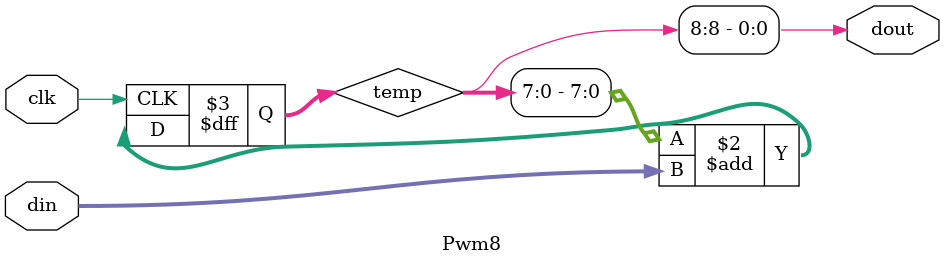
<source format=v>
`include "cypress.v"

module Pwm8 (clk, din, dout);

input clk;
input [7:0] din;
output dout;

reg [8:0] temp;
always @(posedge clk) temp <= temp[7:0] + din;

assign dout = temp[8];

endmodule
</source>
